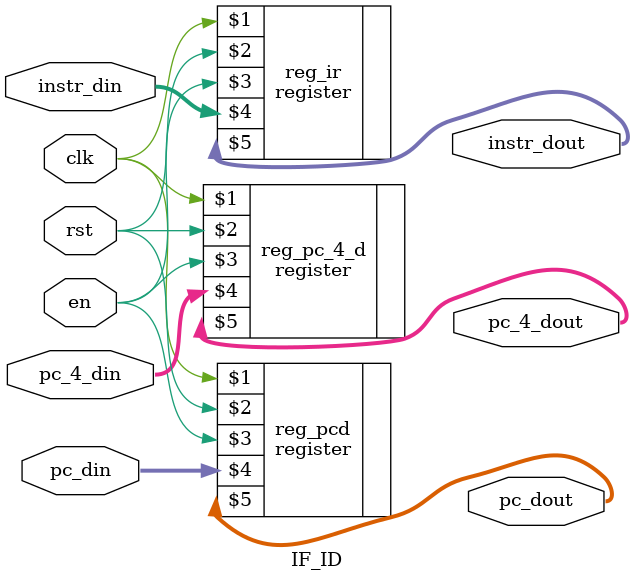
<source format=v>
`timescale 1ns / 1ps

module IF_ID(
input clk,
input rst,
input en,
input [31:0] pc_4_din,
output [31:0] pc_4_dout,
input [31:0] pc_din,
output [31:0] pc_dout,
input [31:0] instr_din,
output [31:0] instr_dout
);

register #(32) reg_pc_4_d(clk, rst, en, pc_4_din, pc_4_dout);
register #(32) reg_pcd(clk, rst, en, pc_din, pc_dout);
register #(32) reg_ir(clk, rst, en, instr_din, instr_dout);

endmodule
</source>
